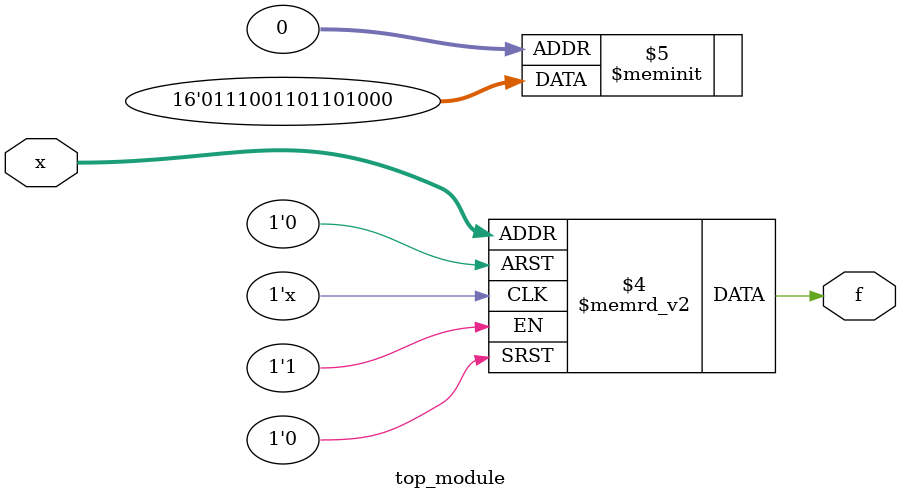
<source format=sv>
module top_module (
	input [4:1] x,
	output logic f
);

	always_comb begin
		case (x)
			4'b0000: f = 1'b0;  // d can be 0
			4'b0001: f = 1'b0;
			4'b0010: f = 1'b0;  // d can be 0
			4'b0011: f = 1'b1;  // d can be 1
			4'b0100: f = 1'b0;
			4'b0101: f = 1'b1;  // d can be 1
			4'b0110: f = 1'b1;
			4'b0111: f = 1'b0;
			4'b1000: f = 1'b1;
			4'b1001: f = 1'b1;
			4'b1010: f = 1'b0;
			4'b1011: f = 1'b0;  // d can be 0
			4'b1100: f = 1'b1;
			4'b1101: f = 1'b1;
			4'b1110: f = 1'b1;  // d can be 1
			4'b1111: f = 1'b0;  // d can be 0
			default: f = 1'bx;
		endcase
	end

endmodule

</source>
